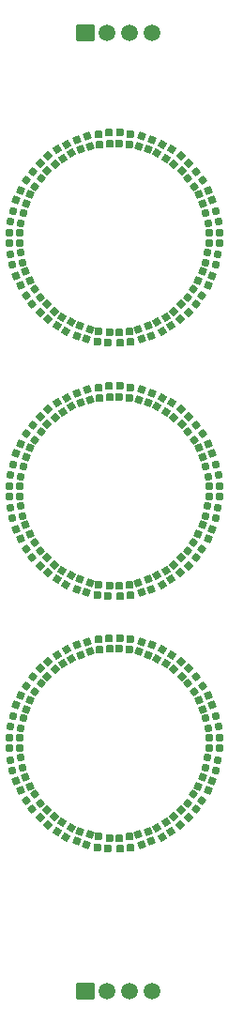
<source format=gts>
G04 Layer: TopSolderMaskLayer*
G04 EasyEDA v6.5.29, 2023-07-18 11:22:46*
G04 d896c42b98474c1f997fee1a3b510d80,5a6b42c53f6a479593ecc07194224c93,10*
G04 Gerber Generator version 0.2*
G04 Scale: 100 percent, Rotated: No, Reflected: No *
G04 Dimensions in millimeters *
G04 leading zeros omitted , absolute positions ,4 integer and 5 decimal *
%FSLAX45Y45*%
%MOMM*%

%AMMACRO1*1,1,$1,$2,$3*1,1,$1,$4,$5*1,1,$1,0-$2,0-$3*1,1,$1,0-$4,0-$5*20,1,$1,$2,$3,$4,$5,0*20,1,$1,$4,$5,0-$2,0-$3,0*20,1,$1,0-$2,0-$3,0-$4,0-$5,0*20,1,$1,0-$4,0-$5,$2,$3,0*4,1,4,$2,$3,$4,$5,0-$2,0-$3,0-$4,0-$5,$2,$3,0*%
%ADD10C,1.5016*%
%ADD11MACRO1,0.1016X-0.762X-0.7X0.762X-0.7*%
%ADD12MACRO1,0.1016X-0.275X0.275X0.275X0.275*%
%ADD13MACRO1,0.1016X-0.3262X0.2118X0.2118X0.3262*%
%ADD14MACRO1,0.1016X-0.3631X0.1394X0.1394X0.3631*%
%ADD15MACRO1,0.1016X-0.3631X0.1394X0.1393X0.3631*%
%ADD16MACRO1,0.1016X-0.3841X0.0608X0.0608X0.3841*%
%ADD17MACRO1,0.1016X-0.3841X0.0609X0.0608X0.3841*%
%ADD18MACRO1,0.1016X-0.3884X-0.0204X-0.0204X0.3884*%
%ADD19MACRO1,0.1016X-0.3884X-0.0203X-0.0204X0.3884*%
%ADD20MACRO1,0.1016X-0.3757X-0.1007X-0.1007X0.3757*%
%ADD21MACRO1,0.1016X-0.3757X-0.1006X-0.1007X0.3757*%
%ADD22MACRO1,0.1016X-0.3465X-0.1766X-0.1766X0.3465*%
%ADD23MACRO1,0.1016X-0.3465X-0.1765X-0.1766X0.3465*%
%ADD24MACRO1,0.1016X-0.3022X-0.2448X-0.2448X0.3022*%
%ADD25MACRO1,0.1016X-0.3022X-0.2447X-0.2448X0.3022*%
%ADD26MACRO1,0.1016X-0.2447X-0.3022X-0.3022X0.2448*%
%ADD27MACRO1,0.1016X-0.2448X-0.3022X-0.3022X0.2447*%
%ADD28MACRO1,0.1016X-0.1765X-0.3465X-0.3465X0.1765*%
%ADD29MACRO1,0.1016X-0.1766X-0.3465X-0.3465X0.1765*%
%ADD30MACRO1,0.1016X-0.1006X-0.3757X-0.3756X0.1007*%
%ADD31MACRO1,0.1016X-0.1006X-0.3757X-0.3757X0.1006*%
%ADD32MACRO1,0.1016X-0.1007X-0.3757X-0.3757X0.1006*%
%ADD33MACRO1,0.1016X-0.0203X-0.3884X-0.3884X0.0203*%
%ADD34MACRO1,0.1016X-0.0204X-0.3884X-0.3884X0.0204*%
%ADD35MACRO1,0.1016X-0.0204X-0.3884X-0.3884X0.0203*%
%ADD36MACRO1,0.1016X0.0608X-0.3841X-0.3841X-0.0608*%
%ADD37MACRO1,0.1016X0.0608X-0.3841X-0.3841X-0.0609*%
%ADD38MACRO1,0.1016X0.1394X-0.3631X-0.3631X-0.1394*%
%ADD39MACRO1,0.1016X0.1393X-0.3631X-0.3631X-0.1394*%
%ADD40MACRO1,0.1016X0.2118X-0.3262X-0.3262X-0.2118*%
%ADD41MACRO1,0.1016X-0.2118X0.3262X0.3262X0.2118*%
%ADD42MACRO1,0.1016X-0.1394X0.3631X0.3631X0.1394*%
%ADD43MACRO1,0.1016X-0.1393X0.3631X0.3631X0.1394*%
%ADD44MACRO1,0.1016X-0.0608X0.3841X0.3841X0.0608*%
%ADD45MACRO1,0.1016X-0.0608X0.3841X0.3841X0.0609*%
%ADD46MACRO1,0.1016X0.0203X0.3884X0.3884X-0.0203*%
%ADD47MACRO1,0.1016X0.0204X0.3884X0.3884X-0.0204*%
%ADD48MACRO1,0.1016X0.0204X0.3884X0.3884X-0.0203*%
%ADD49MACRO1,0.1016X0.1006X0.3757X0.3756X-0.1007*%
%ADD50MACRO1,0.1016X0.1006X0.3757X0.3757X-0.1006*%
%ADD51MACRO1,0.1016X0.1007X0.3757X0.3757X-0.1006*%
%ADD52MACRO1,0.1016X0.1765X0.3465X0.3465X-0.1765*%
%ADD53MACRO1,0.1016X0.1766X0.3465X0.3465X-0.1765*%
%ADD54MACRO1,0.1016X0.2447X0.3022X0.3022X-0.2448*%
%ADD55MACRO1,0.1016X0.2448X0.3022X0.3022X-0.2447*%
%ADD56MACRO1,0.1016X0.3022X0.2448X0.2448X-0.3022*%
%ADD57MACRO1,0.1016X0.3022X0.2447X0.2448X-0.3022*%
%ADD58MACRO1,0.1016X0.3465X0.1766X0.1766X-0.3465*%
%ADD59MACRO1,0.1016X0.3465X0.1765X0.1766X-0.3465*%
%ADD60MACRO1,0.1016X0.3757X0.1007X0.1007X-0.3757*%
%ADD61MACRO1,0.1016X0.3757X0.1006X0.1007X-0.3757*%
%ADD62MACRO1,0.1016X0.3884X0.0204X0.0204X-0.3884*%
%ADD63MACRO1,0.1016X0.3884X0.0203X0.0204X-0.3884*%
%ADD64MACRO1,0.1016X0.3841X-0.0608X-0.0608X-0.3841*%
%ADD65MACRO1,0.1016X0.3841X-0.0609X-0.0608X-0.3841*%
%ADD66MACRO1,0.1016X0.3631X-0.1394X-0.1394X-0.3631*%
%ADD67MACRO1,0.1016X0.3631X-0.1394X-0.1393X-0.3631*%
%ADD68MACRO1,0.1016X0.3262X-0.2118X-0.2118X-0.3262*%
%ADD69MACRO1,0.1016X0.275X-0.275X-0.275X-0.275*%
%ADD70MACRO1,0.1016X0.0609X-0.3841X-0.3841X-0.0608*%
%ADD71MACRO1,0.1016X-0.1006X-0.3757X-0.3756X0.1006*%
%ADD72MACRO1,0.1016X-0.1765X-0.3465X-0.3465X0.1766*%
%ADD73MACRO1,0.1016X-0.1766X-0.3465X-0.3465X0.1766*%
%ADD74MACRO1,0.1016X-0.2448X-0.3022X-0.3022X0.2448*%
%ADD75MACRO1,0.1016X-0.2447X-0.3022X-0.3022X0.2447*%
%ADD76MACRO1,0.1016X-0.3261X0.2118X0.2118X0.3262*%
%ADD77C,0.0121*%

%LPD*%
D10*
G01*
X12745999Y11112500D03*
G01*
X12545999Y11112500D03*
G01*
X12346000Y11112500D03*
D11*
G01*
X12146000Y11112500D03*
D10*
G01*
X12745999Y2463800D03*
G01*
X12545999Y2463800D03*
G01*
X12346000Y2463800D03*
D11*
G01*
X12146000Y2463800D03*
D12*
G01*
X13262098Y9308823D03*
G01*
X13262098Y9213806D03*
G01*
X13357120Y9213801D03*
G01*
X13357119Y9308823D03*
D13*
G01*
X13233587Y9485028D03*
G01*
X13253344Y9392088D03*
G01*
X13346291Y9411839D03*
G01*
X13326534Y9504782D03*
D14*
G01*
X13169066Y9651456D03*
G01*
X13207714Y9564655D03*
D15*
G01*
X13294525Y9603299D03*
D14*
G01*
X13255875Y9690103D03*
D16*
G01*
X13071353Y9800832D03*
G01*
X13127202Y9723963D03*
D17*
G01*
X13204080Y9779810D03*
G01*
X13148227Y9856683D03*
D18*
G01*
X12944717Y9926629D03*
G01*
X13015328Y9863052D03*
D19*
G01*
X13078914Y9933661D03*
G01*
X13008300Y9997243D03*
D20*
G01*
X12794695Y10023346D03*
G01*
X12876980Y9975838D03*
D21*
G01*
X12924496Y10058125D03*
G01*
X12842205Y10105635D03*
D22*
G01*
X12627842Y10086757D03*
G01*
X12718206Y10057397D03*
D23*
G01*
X12747575Y10147766D03*
G01*
X12657204Y10177128D03*
D24*
G01*
X12451452Y10114094D03*
G01*
X12545947Y10104163D03*
D25*
G01*
X12555884Y10198661D03*
G01*
X12461383Y10208595D03*
D26*
G01*
X12273226Y10104158D03*
G01*
X12367723Y10114092D03*
D27*
G01*
X12357795Y10208595D03*
G01*
X12263296Y10198660D03*
D28*
G01*
X12100967Y10057387D03*
G01*
X12191333Y10086750D03*
D29*
G01*
X12161975Y10177123D03*
G01*
X12071606Y10147758D03*
D30*
G01*
X11942196Y9975822D03*
D31*
G01*
X12024481Y10023331D03*
D32*
G01*
X11976977Y10105626D03*
G01*
X11894687Y10058114D03*
D33*
G01*
X11803852Y9863030D03*
D34*
G01*
X11874463Y9926608D03*
D35*
G01*
X11810886Y9997227D03*
G01*
X11740272Y9933645D03*
D36*
G01*
X11691984Y9723937D03*
D37*
G01*
X11747832Y9800808D03*
G01*
X11670962Y9856665D03*
G01*
X11615110Y9779791D03*
D38*
G01*
X11611476Y9564627D03*
G01*
X11650122Y9651429D03*
D39*
G01*
X11563319Y9690083D03*
G01*
X11524670Y9603276D03*
D40*
G01*
X11565854Y9392060D03*
G01*
X11585608Y9484998D03*
G01*
X11492664Y9504760D03*
G01*
X11472908Y9411816D03*
D41*
G01*
X13249945Y9130539D03*
G01*
X13230191Y9037600D03*
G01*
X13323135Y9017839D03*
G01*
X13342891Y9110783D03*
D42*
G01*
X13204323Y8957971D03*
G01*
X13165677Y8871169D03*
D43*
G01*
X13252480Y8832515D03*
G01*
X13291129Y8919323D03*
D44*
G01*
X13123815Y8798661D03*
D45*
G01*
X13067967Y8721791D03*
G01*
X13144837Y8665933D03*
G01*
X13200689Y8742808D03*
D46*
G01*
X13011947Y8659568D03*
D47*
G01*
X12941336Y8595991D03*
D48*
G01*
X13004913Y8525371D03*
G01*
X13075527Y8588954D03*
D49*
G01*
X12873603Y8546777D03*
D50*
G01*
X12791318Y8499267D03*
D51*
G01*
X12838822Y8416973D03*
G01*
X12921112Y8464485D03*
D52*
G01*
X12714832Y8465211D03*
G01*
X12624466Y8435849D03*
D53*
G01*
X12653824Y8345476D03*
G01*
X12744193Y8374841D03*
D54*
G01*
X12542573Y8418441D03*
G01*
X12448076Y8408507D03*
D55*
G01*
X12458004Y8314004D03*
G01*
X12552503Y8323939D03*
D56*
G01*
X12364347Y8408504D03*
G01*
X12269852Y8418436D03*
D57*
G01*
X12259915Y8323938D03*
G01*
X12354416Y8314004D03*
D58*
G01*
X12187957Y8435841D03*
G01*
X12097593Y8465201D03*
D59*
G01*
X12068224Y8374833D03*
G01*
X12158595Y8345470D03*
D60*
G01*
X12021104Y8499252D03*
G01*
X11938819Y8546760D03*
D61*
G01*
X11891303Y8464473D03*
G01*
X11973594Y8416964D03*
D62*
G01*
X11871082Y8595969D03*
G01*
X11800471Y8659547D03*
D63*
G01*
X11736885Y8588937D03*
G01*
X11807499Y8525356D03*
D64*
G01*
X11744446Y8721766D03*
G01*
X11688597Y8798636D03*
D65*
G01*
X11611719Y8742789D03*
G01*
X11667572Y8665916D03*
D66*
G01*
X11646733Y8871143D03*
G01*
X11608085Y8957943D03*
D67*
G01*
X11521274Y8919300D03*
D66*
G01*
X11559924Y8832495D03*
D68*
G01*
X11582212Y9037571D03*
G01*
X11562455Y9130511D03*
G01*
X11469508Y9110760D03*
G01*
X11489265Y9017816D03*
D69*
G01*
X11553701Y9213776D03*
G01*
X11553701Y9308792D03*
G01*
X11458679Y9308797D03*
G01*
X11458680Y9213776D03*
G01*
X11553590Y6927776D03*
G01*
X11553590Y7022792D03*
G01*
X11458567Y7022797D03*
G01*
X11458568Y6927776D03*
D68*
G01*
X11582100Y6751571D03*
G01*
X11562344Y6844511D03*
G01*
X11469396Y6824760D03*
G01*
X11489154Y6731816D03*
D66*
G01*
X11646621Y6585143D03*
G01*
X11607973Y6671943D03*
D67*
G01*
X11521163Y6633300D03*
D66*
G01*
X11559813Y6546495D03*
D64*
G01*
X11744335Y6435766D03*
G01*
X11688485Y6512636D03*
D65*
G01*
X11611607Y6456789D03*
G01*
X11667460Y6379916D03*
D62*
G01*
X11870970Y6309969D03*
G01*
X11800359Y6373547D03*
D63*
G01*
X11736773Y6302937D03*
G01*
X11807388Y6239356D03*
D60*
G01*
X12020993Y6213252D03*
G01*
X11938707Y6260760D03*
D61*
G01*
X11891191Y6178473D03*
G01*
X11973482Y6130964D03*
D58*
G01*
X12187845Y6149841D03*
G01*
X12097481Y6179201D03*
D59*
G01*
X12068112Y6088833D03*
G01*
X12158483Y6059470D03*
D56*
G01*
X12364236Y6122504D03*
G01*
X12269740Y6132436D03*
D57*
G01*
X12259804Y6037938D03*
G01*
X12354304Y6028004D03*
D54*
G01*
X12542461Y6132441D03*
G01*
X12447964Y6122507D03*
D55*
G01*
X12457892Y6028004D03*
G01*
X12552391Y6037939D03*
D52*
G01*
X12714720Y6179211D03*
G01*
X12624354Y6149849D03*
D53*
G01*
X12653712Y6059476D03*
G01*
X12744081Y6088841D03*
D49*
G01*
X12873492Y6260777D03*
D50*
G01*
X12791206Y6213267D03*
D51*
G01*
X12838710Y6130973D03*
G01*
X12921000Y6178485D03*
D46*
G01*
X13011835Y6373568D03*
D47*
G01*
X12941225Y6309991D03*
D48*
G01*
X13004801Y6239371D03*
G01*
X13075415Y6302954D03*
D44*
G01*
X13123703Y6512661D03*
D45*
G01*
X13067855Y6435791D03*
G01*
X13144726Y6379933D03*
G01*
X13200578Y6456808D03*
D42*
G01*
X13204211Y6671971D03*
G01*
X13165565Y6585169D03*
D43*
G01*
X13252368Y6546515D03*
G01*
X13291017Y6633323D03*
D41*
G01*
X13249833Y6844539D03*
G01*
X13230080Y6751600D03*
G01*
X13323023Y6731839D03*
G01*
X13342780Y6824783D03*
D40*
G01*
X11565741Y7106060D03*
G01*
X11585494Y7198998D03*
G01*
X11492552Y7218760D03*
G01*
X11472796Y7125816D03*
D38*
G01*
X11611364Y7278627D03*
G01*
X11650009Y7365429D03*
G01*
X11563206Y7404083D03*
D39*
G01*
X11524559Y7317276D03*
D70*
G01*
X11691871Y7437939D03*
D36*
G01*
X11747719Y7514808D03*
D37*
G01*
X11670850Y7570665D03*
D36*
G01*
X11614998Y7493791D03*
D33*
G01*
X11803740Y7577032D03*
D35*
G01*
X11874351Y7640610D03*
G01*
X11810775Y7711229D03*
G01*
X11740160Y7647646D03*
D71*
G01*
X11942084Y7689823D03*
D32*
G01*
X12024370Y7737331D03*
G01*
X11976864Y7819626D03*
G01*
X11894574Y7772114D03*
D72*
G01*
X12100854Y7771387D03*
D73*
G01*
X12191221Y7800750D03*
D29*
G01*
X12161862Y7891123D03*
G01*
X12071494Y7861759D03*
D26*
G01*
X12273114Y7818158D03*
D74*
G01*
X12367610Y7828092D03*
D75*
G01*
X12357682Y7922595D03*
D27*
G01*
X12263184Y7912660D03*
D24*
G01*
X12451340Y7828094D03*
G01*
X12545833Y7818163D03*
D25*
G01*
X12555772Y7912662D03*
G01*
X12461271Y7922595D03*
D22*
G01*
X12627729Y7800757D03*
G01*
X12718094Y7771397D03*
D23*
G01*
X12747462Y7861766D03*
D22*
G01*
X12657093Y7891129D03*
D20*
G01*
X12794581Y7737346D03*
G01*
X12876867Y7689839D03*
D21*
G01*
X12924383Y7772126D03*
G01*
X12842093Y7819637D03*
D18*
G01*
X12944605Y7640629D03*
G01*
X13015215Y7577052D03*
D19*
G01*
X13078801Y7647661D03*
G01*
X13008187Y7711243D03*
D16*
G01*
X13071240Y7514832D03*
D17*
G01*
X13127089Y7437963D03*
D16*
G01*
X13203967Y7493811D03*
D17*
G01*
X13148114Y7570683D03*
D14*
G01*
X13168955Y7365456D03*
G01*
X13207602Y7278655D03*
G01*
X13294412Y7317299D03*
G01*
X13255762Y7404103D03*
D13*
G01*
X13233476Y7199028D03*
D76*
G01*
X13253231Y7106088D03*
D13*
G01*
X13346177Y7125839D03*
G01*
X13326419Y7218784D03*
D12*
G01*
X13261986Y7022823D03*
G01*
X13261986Y6927806D03*
G01*
X13357009Y6927801D03*
G01*
X13357007Y7022823D03*
G01*
X13262098Y4749523D03*
G01*
X13262098Y4654506D03*
G01*
X13357120Y4654501D03*
G01*
X13357119Y4749523D03*
D13*
G01*
X13233587Y4925728D03*
D76*
G01*
X13253342Y4832788D03*
D13*
G01*
X13346289Y4852539D03*
G01*
X13326531Y4945484D03*
D14*
G01*
X13169066Y5092156D03*
G01*
X13207714Y5005355D03*
G01*
X13294523Y5043999D03*
G01*
X13255873Y5130803D03*
D16*
G01*
X13071351Y5241532D03*
D17*
G01*
X13127201Y5164663D03*
D16*
G01*
X13204079Y5220511D03*
D17*
G01*
X13148226Y5297383D03*
D18*
G01*
X12944717Y5367329D03*
G01*
X13015327Y5303752D03*
D19*
G01*
X13078913Y5374361D03*
G01*
X13008298Y5437943D03*
D20*
G01*
X12794693Y5464046D03*
G01*
X12876979Y5416539D03*
D21*
G01*
X12924495Y5498826D03*
G01*
X12842205Y5546337D03*
D22*
G01*
X12627841Y5527457D03*
G01*
X12718206Y5498097D03*
D23*
G01*
X12747574Y5588466D03*
D22*
G01*
X12657204Y5617829D03*
D24*
G01*
X12451452Y5554794D03*
G01*
X12545945Y5544863D03*
D25*
G01*
X12555884Y5639362D03*
G01*
X12461383Y5649295D03*
D26*
G01*
X12273226Y5544858D03*
D74*
G01*
X12367722Y5554792D03*
D75*
G01*
X12357794Y5649295D03*
D27*
G01*
X12263296Y5639360D03*
D72*
G01*
X12100966Y5498087D03*
D73*
G01*
X12191333Y5527450D03*
D29*
G01*
X12161974Y5617823D03*
G01*
X12071606Y5588459D03*
D71*
G01*
X11942196Y5416523D03*
D32*
G01*
X12024481Y5464031D03*
G01*
X11976976Y5546326D03*
G01*
X11894686Y5498814D03*
D33*
G01*
X11803852Y5303732D03*
D35*
G01*
X11874463Y5367310D03*
G01*
X11810886Y5437929D03*
G01*
X11740272Y5374346D03*
D70*
G01*
X11691983Y5164639D03*
D36*
G01*
X11747831Y5241508D03*
D37*
G01*
X11670962Y5297365D03*
D36*
G01*
X11615110Y5220491D03*
D38*
G01*
X11611476Y5005327D03*
G01*
X11650121Y5092129D03*
G01*
X11563318Y5130783D03*
D39*
G01*
X11524670Y5043976D03*
D40*
G01*
X11565853Y4832760D03*
G01*
X11585606Y4925698D03*
G01*
X11492664Y4945460D03*
G01*
X11472908Y4852516D03*
D41*
G01*
X13249945Y4571239D03*
G01*
X13230191Y4478300D03*
G01*
X13323135Y4458539D03*
G01*
X13342891Y4551483D03*
D42*
G01*
X13204323Y4398671D03*
G01*
X13165677Y4311869D03*
D43*
G01*
X13252480Y4273215D03*
G01*
X13291129Y4360023D03*
D44*
G01*
X13123815Y4239361D03*
D45*
G01*
X13067967Y4162491D03*
G01*
X13144837Y4106633D03*
G01*
X13200689Y4183508D03*
D46*
G01*
X13011947Y4100268D03*
D47*
G01*
X12941336Y4036691D03*
D48*
G01*
X13004913Y3966071D03*
G01*
X13075527Y4029654D03*
D49*
G01*
X12873603Y3987477D03*
D50*
G01*
X12791318Y3939967D03*
D51*
G01*
X12838822Y3857673D03*
G01*
X12921112Y3905185D03*
D52*
G01*
X12714832Y3905911D03*
G01*
X12624466Y3876549D03*
D53*
G01*
X12653824Y3786176D03*
G01*
X12744193Y3815541D03*
D54*
G01*
X12542573Y3859141D03*
G01*
X12448076Y3849207D03*
D55*
G01*
X12458004Y3754704D03*
G01*
X12552503Y3764639D03*
D56*
G01*
X12364347Y3849204D03*
G01*
X12269852Y3859136D03*
D57*
G01*
X12259915Y3764638D03*
G01*
X12354416Y3754704D03*
D58*
G01*
X12187957Y3876541D03*
G01*
X12097593Y3905901D03*
D59*
G01*
X12068224Y3815533D03*
G01*
X12158595Y3786170D03*
D60*
G01*
X12021104Y3939952D03*
G01*
X11938819Y3987460D03*
D61*
G01*
X11891303Y3905173D03*
G01*
X11973594Y3857664D03*
D62*
G01*
X11871082Y4036669D03*
G01*
X11800471Y4100247D03*
D63*
G01*
X11736885Y4029637D03*
G01*
X11807499Y3966056D03*
D64*
G01*
X11744446Y4162466D03*
G01*
X11688597Y4239336D03*
D65*
G01*
X11611719Y4183489D03*
G01*
X11667572Y4106616D03*
D66*
G01*
X11646733Y4311843D03*
G01*
X11608085Y4398643D03*
D67*
G01*
X11521274Y4360000D03*
D66*
G01*
X11559924Y4273195D03*
D68*
G01*
X11582212Y4478271D03*
G01*
X11562455Y4571211D03*
G01*
X11469508Y4551460D03*
G01*
X11489265Y4458516D03*
D69*
G01*
X11553701Y4654476D03*
G01*
X11553701Y4749492D03*
G01*
X11458679Y4749497D03*
G01*
X11458680Y4654476D03*
M02*

</source>
